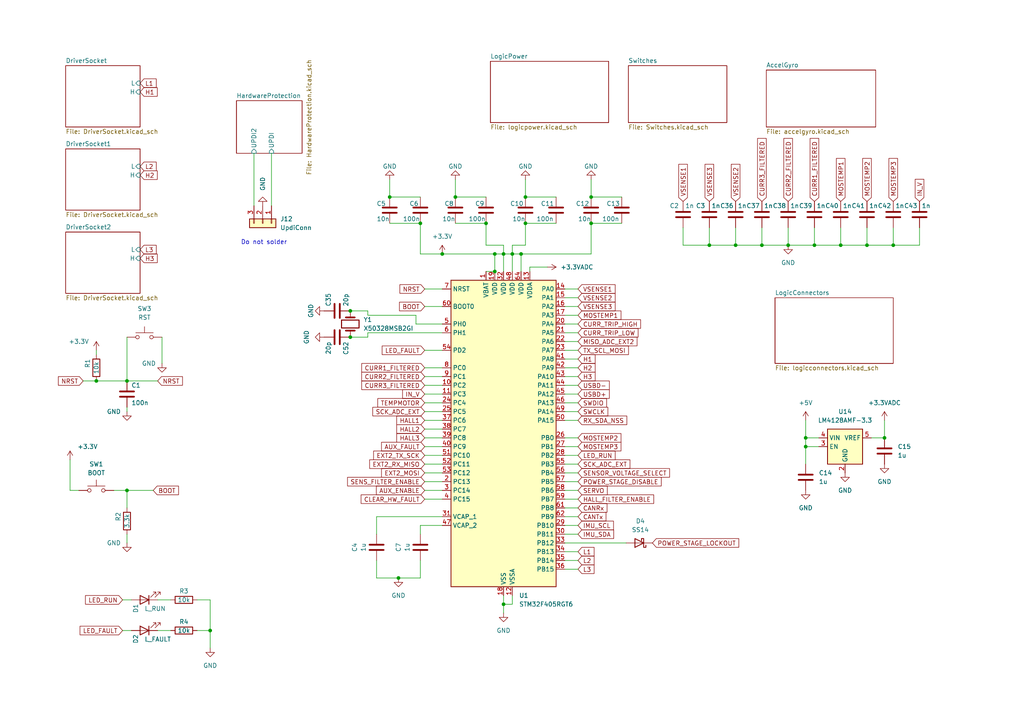
<source format=kicad_sch>
(kicad_sch (version 20230121) (generator eeschema)
  (paper "A4")
  (lib_symbols
    (symbol "Connector_Generic:Conn_01x03" (pin_names (offset 1.016) hide)
      (property "Reference" "J" (at 0 5.08 0))
      (property "Value" "Conn_01x03" (at 0 -5.08 0))
      (symbol "Conn_01x03_1_1"
        (rectangle (start -1.27 -2.413) (end 0 -2.667) (stroke (width 0.1524)))
        (rectangle (start -1.27 0.127) (end 0 -0.127) (stroke (width 0.1524)))
        (rectangle (start -1.27 2.667) (end 0 2.413) (stroke (width 0.1524)))
        (rectangle (start -1.27 3.81) (end 1.27 -3.81) (stroke (width 0.254)) (fill (type background)))
        (pin passive line (at -5.08 2.54 0) (length 3.81) (name "Pin_1") (number "1"))
        (pin passive line (at -5.08 0 0) (length 3.81) (name "Pin_2") (number "2"))
        (pin passive line (at -5.08 -2.54 0) (length 3.81) (name "Pin_3") (number "3"))
      )
    )
    (symbol "Device:C" (pin_numbers hide) (pin_names (offset 0.254))
      (property "Reference" "C" (at 0.635 2.54 0))
      (property "Value" "C" (at 0.635 -2.54 0))
      (symbol "C_0_1"
        (polyline (pts (xy -2.032 -0.762) (xy 2.032 -0.762)) (stroke (width 0.508)))
        (polyline (pts (xy -2.032 0.762) (xy 2.032 0.762)) (stroke (width 0.508)))
      )
      (symbol "C_1_1"
        (pin passive line (at 0 3.81 270) (length 2.794) (name "~") (number "1"))
        (pin passive line (at 0 -3.81 90) (length 2.794) (name "~") (number "2"))
      )
    )
    (symbol "Device:Crystal" (pin_numbers hide) (pin_names (offset 1.016) hide)
      (property "Reference" "Y" (at 0 3.81 0))
      (property "Value" "Crystal" (at 0 -3.81 0))
      (symbol "Crystal_0_1"
        (rectangle (start -1.143 2.54) (end 1.143 -2.54) (stroke (width 0.3048)))
        (polyline (pts (xy -2.54 0) (xy -1.905 0)))
        (polyline (pts (xy -1.905 -1.27) (xy -1.905 1.27)) (stroke (width 0.508)))
        (polyline (pts (xy 1.905 -1.27) (xy 1.905 1.27)) (stroke (width 0.508)))
        (polyline (pts (xy 2.54 0) (xy 1.905 0)))
      )
      (symbol "Crystal_1_1"
        (pin passive line (at -3.81 0 0) (length 1.27) (name "1") (number "1"))
        (pin passive line (at 3.81 0 180) (length 1.27) (name "2") (number "2"))
      )
    )
    (symbol "Device:D_Schottky" (pin_numbers hide) (pin_names (offset 1.016) hide)
      (property "Reference" "D" (at 0 2.54 0))
      (property "Value" "D_Schottky" (at 0 -2.54 0))
      (symbol "D_Schottky_0_1"
        (polyline (pts (xy 1.27 0) (xy -1.27 0)))
        (polyline (pts (xy 1.27 1.27) (xy 1.27 -1.27) (xy -1.27 0) (xy 1.27 1.27)) (stroke (width 0.254)))
        (polyline (pts (xy -1.905 0.635) (xy -1.905 1.27) (xy -1.27 1.27) (xy -1.27 -1.27) (xy -0.635 -1.27) (xy -0.635 -0.635)) (stroke (width 0.254)))
      )
      (symbol "D_Schottky_1_1"
        (pin passive line (at -3.81 0 0) (length 2.54) (name "K") (number "1"))
        (pin passive line (at 3.81 0 180) (length 2.54) (name "A") (number "2"))
      )
    )
    (symbol "Device:LED" (pin_numbers hide) (pin_names (offset 1.016) hide)
      (property "Reference" "D" (at 0 2.54 0))
      (property "Value" "LED" (at 0 -2.54 0))
      (symbol "LED_0_1"
        (polyline (pts (xy -1.27 -1.27) (xy -1.27 1.27)) (stroke (width 0.254)))
        (polyline (pts (xy -1.27 0) (xy 1.27 0)))
        (polyline (pts (xy 1.27 -1.27) (xy 1.27 1.27) (xy -1.27 0) (xy 1.27 -1.27)) (stroke (width 0.254)))
        (polyline (pts (xy -3.048 -0.762) (xy -4.572 -2.286) (xy -3.81 -2.286) (xy -4.572 -2.286) (xy -4.572 -1.524)))
        (polyline (pts (xy -1.778 -0.762) (xy -3.302 -2.286) (xy -2.54 -2.286) (xy -3.302 -2.286) (xy -3.302 -1.524)))
      )
      (symbol "LED_1_1"
        (pin passive line (at -3.81 0 0) (length 2.54) (name "K") (number "1"))
        (pin passive line (at 3.81 0 180) (length 2.54) (name "A") (number "2"))
      )
    )
    (symbol "Device:R" (pin_numbers hide) (pin_names (offset 0))
      (property "Reference" "R" (at 2.032 0 90))
      (property "Value" "R" (at 0 0 90))
      (symbol "R_0_1"
        (rectangle (start -1.016 -2.54) (end 1.016 2.54) (stroke (width 0.254)))
      )
      (symbol "R_1_1"
        (pin passive line (at 0 3.81 270) (length 1.27) (name "~") (number "1"))
        (pin passive line (at 0 -3.81 90) (length 1.27) (name "~") (number "2"))
      )
    )
    (symbol "MCU_ST_STM32F4:STM32F405RGTx"
      (property "Reference" "U" (at -15.24 46.99 0))
      (property "Value" "STM32F405RGTx" (at 10.16 46.99 0))
      (symbol "STM32F405RGTx_0_1"
        (rectangle (start -15.24 -43.18) (end 15.24 45.72) (stroke (width 0.254)) (fill (type background)))
      )
      (symbol "STM32F405RGTx_1_1"
        (pin power_in line (at -5.08 48.26 270) (length 2.54) (name "VBAT") (number "1"))
        (pin bidirectional line (at -17.78 15.24 0) (length 2.54) (name "PC2") (number "10"))
        (pin bidirectional line (at -17.78 12.7 0) (length 2.54) (name "PC3") (number "11"))
        (pin power_in line (at 2.54 -45.72 90) (length 2.54) (name "VSSA") (number "12"))
        (pin power_in line (at 7.62 48.26 270) (length 2.54) (name "VDDA") (number "13"))
        (pin bidirectional line (at 17.78 43.18 180) (length 2.54) (name "PA0") (number "14"))
        (pin bidirectional line (at 17.78 40.64 180) (length 2.54) (name "PA1") (number "15"))
        (pin bidirectional line (at 17.78 38.1 180) (length 2.54) (name "PA2") (number "16"))
        (pin bidirectional line (at 17.78 35.56 180) (length 2.54) (name "PA3") (number "17"))
        (pin power_in line (at 0 -45.72 90) (length 2.54) (name "VSS") (number "18"))
        (pin power_in line (at -2.54 48.26 270) (length 2.54) (name "VDD") (number "19"))
        (pin bidirectional line (at -17.78 -12.7 0) (length 2.54) (name "PC13") (number "2"))
        (pin bidirectional line (at 17.78 33.02 180) (length 2.54) (name "PA4") (number "20"))
        (pin bidirectional line (at 17.78 30.48 180) (length 2.54) (name "PA5") (number "21"))
        (pin bidirectional line (at 17.78 27.94 180) (length 2.54) (name "PA6") (number "22"))
        (pin bidirectional line (at 17.78 25.4 180) (length 2.54) (name "PA7") (number "23"))
        (pin bidirectional line (at -17.78 10.16 0) (length 2.54) (name "PC4") (number "24"))
        (pin bidirectional line (at -17.78 7.62 0) (length 2.54) (name "PC5") (number "25"))
        (pin bidirectional line (at 17.78 0 180) (length 2.54) (name "PB0") (number "26"))
        (pin bidirectional line (at 17.78 -2.54 180) (length 2.54) (name "PB1") (number "27"))
        (pin bidirectional line (at 17.78 -5.08 180) (length 2.54) (name "PB2") (number "28"))
        (pin bidirectional line (at 17.78 -25.4 180) (length 2.54) (name "PB10") (number "29"))
        (pin bidirectional line (at -17.78 -15.24 0) (length 2.54) (name "PC14") (number "3"))
        (pin bidirectional line (at 17.78 -27.94 180) (length 2.54) (name "PB11") (number "30"))
        (pin power_out line (at -17.78 -22.86 0) (length 2.54) (name "VCAP_1") (number "31"))
        (pin power_in line (at 0 48.26 270) (length 2.54) (name "VDD") (number "32"))
        (pin bidirectional line (at 17.78 -30.48 180) (length 2.54) (name "PB12") (number "33"))
        (pin bidirectional line (at 17.78 -33.02 180) (length 2.54) (name "PB13") (number "34"))
        (pin bidirectional line (at 17.78 -35.56 180) (length 2.54) (name "PB14") (number "35"))
        (pin bidirectional line (at 17.78 -38.1 180) (length 2.54) (name "PB15") (number "36"))
        (pin bidirectional line (at -17.78 5.08 0) (length 2.54) (name "PC6") (number "37"))
        (pin bidirectional line (at -17.78 2.54 0) (length 2.54) (name "PC7") (number "38"))
        (pin bidirectional line (at -17.78 0 0) (length 2.54) (name "PC8") (number "39"))
        (pin bidirectional line (at -17.78 -17.78 0) (length 2.54) (name "PC15") (number "4"))
        (pin bidirectional line (at -17.78 -2.54 0) (length 2.54) (name "PC9") (number "40"))
        (pin bidirectional line (at 17.78 22.86 180) (length 2.54) (name "PA8") (number "41"))
        (pin bidirectional line (at 17.78 20.32 180) (length 2.54) (name "PA9") (number "42"))
        (pin bidirectional line (at 17.78 17.78 180) (length 2.54) (name "PA10") (number "43"))
        (pin bidirectional line (at 17.78 15.24 180) (length 2.54) (name "PA11") (number "44"))
        (pin bidirectional line (at 17.78 12.7 180) (length 2.54) (name "PA12") (number "45"))
        (pin bidirectional line (at 17.78 10.16 180) (length 2.54) (name "PA13") (number "46"))
        (pin power_out line (at -17.78 -25.4 0) (length 2.54) (name "VCAP_2") (number "47"))
        (pin power_in line (at 2.54 48.26 270) (length 2.54) (name "VDD") (number "48"))
        (pin bidirectional line (at 17.78 7.62 180) (length 2.54) (name "PA14") (number "49"))
        (pin bidirectional line (at -17.78 33.02 0) (length 2.54) (name "PH0") (number "5"))
        (pin bidirectional line (at 17.78 5.08 180) (length 2.54) (name "PA15") (number "50"))
        (pin bidirectional line (at -17.78 -5.08 0) (length 2.54) (name "PC10") (number "51"))
        (pin bidirectional line (at -17.78 -7.62 0) (length 2.54) (name "PC11") (number "52"))
        (pin bidirectional line (at -17.78 -10.16 0) (length 2.54) (name "PC12") (number "53"))
        (pin bidirectional line (at -17.78 25.4 0) (length 2.54) (name "PD2") (number "54"))
        (pin bidirectional line (at 17.78 -7.62 180) (length 2.54) (name "PB3") (number "55"))
        (pin bidirectional line (at 17.78 -10.16 180) (length 2.54) (name "PB4") (number "56"))
        (pin bidirectional line (at 17.78 -12.7 180) (length 2.54) (name "PB5") (number "57"))
        (pin bidirectional line (at 17.78 -15.24 180) (length 2.54) (name "PB6") (number "58"))
        (pin bidirectional line (at 17.78 -17.78 180) (length 2.54) (name "PB7") (number "59"))
        (pin bidirectional line (at -17.78 30.48 0) (length 2.54) (name "PH1") (number "6"))
        (pin input line (at -17.78 38.1 0) (length 2.54) (name "BOOT0") (number "60"))
        (pin bidirectional line (at 17.78 -20.32 180) (length 2.54) (name "PB8") (number "61"))
        (pin bidirectional line (at 17.78 -22.86 180) (length 2.54) (name "PB9") (number "62"))
        (pin passive line (at 0 -45.72 90) (length 2.54) hide (name "VSS") (number "63"))
        (pin power_in line (at 5.08 48.26 270) (length 2.54) (name "VDD") (number "64"))
        (pin input line (at -17.78 43.18 0) (length 2.54) (name "NRST") (number "7"))
        (pin bidirectional line (at -17.78 20.32 0) (length 2.54) (name "PC0") (number "8"))
        (pin bidirectional line (at -17.78 17.78 0) (length 2.54) (name "PC1") (number "9"))
      )
    )
    (symbol "Reference_Voltage:LM4128"
      (property "Reference" "U" (at -5.08 6.35 0))
      (property "Value" "LM4128" (at 0 6.35 0))
      (symbol "LM4128_0_1"
        (rectangle (start -5.08 5.08) (end 5.08 -5.08) (stroke (width 0.254)) (fill (type background)))
      )
      (symbol "LM4128_1_1"
        (pin no_connect line (at 5.08 0 180) (length 2.54) hide (name "NC") (number "1"))
        (pin power_in line (at 0 -7.62 90) (length 2.54) (name "GND") (number "2"))
        (pin input line (at -7.62 0 0) (length 2.54) (name "EN") (number "3"))
        (pin power_in line (at -7.62 2.54 0) (length 2.54) (name "VIN") (number "4"))
        (pin power_out line (at 7.62 2.54 180) (length 2.54) (name "VREF") (number "5"))
      )
    )
    (symbol "Switch:SW_Push" (pin_numbers hide) (pin_names (offset 1.016) hide)
      (property "Reference" "SW" (at 1.27 2.54 0))
      (property "Value" "SW_Push" (at 0 -1.524 0))
      (symbol "SW_Push_0_1"
        (circle (center -2.032 0) (radius 0.508))
        (polyline (pts (xy 0 1.27) (xy 0 3.048)))
        (polyline (pts (xy 2.54 1.27) (xy -2.54 1.27)))
        (circle (center 2.032 0) (radius 0.508))
        (pin passive line (at -5.08 0 0) (length 2.54) (name "1") (number "1"))
        (pin passive line (at 5.08 0 180) (length 2.54) (name "2") (number "2"))
      )
    )
    (symbol "power:+3.3V" (power) (pin_names (offset 0))
      (property "Value" "+3.3V" (at 0 3.556 0))
      (symbol "+3.3V_0_1"
        (polyline (pts (xy -0.762 1.27) (xy 0 2.54)))
        (polyline (pts (xy 0 0) (xy 0 2.54)))
        (polyline (pts (xy 0 2.54) (xy 0.762 1.27)))
      )
      (symbol "+3.3V_1_1"
        (pin power_in line (at 0 0 90) (length 0) hide (name "+3.3V") (number "1"))
      )
    )
    (symbol "power:+3.3VADC" (power) (pin_names (offset 0))
      (property "Value" "+3.3VADC" (at 0 2.54 0))
      (symbol "+3.3VADC_0_0"
        (pin power_in line (at 0 0 90) (length 0) hide (name "+3.3VADC") (number "1"))
      )
      (symbol "+3.3VADC_0_1"
        (polyline (pts (xy -0.762 1.27) (xy 0 2.54)))
        (polyline (pts (xy 0 0) (xy 0 2.54)))
        (polyline (pts (xy 0 2.54) (xy 0.762 1.27)))
      )
    )
    (symbol "power:+5V" (power) (pin_names (offset 0))
      (property "Value" "+5V" (at 0 3.556 0))
      (symbol "+5V_0_1"
        (polyline (pts (xy -0.762 1.27) (xy 0 2.54)))
        (polyline (pts (xy 0 0) (xy 0 2.54)))
        (polyline (pts (xy 0 2.54) (xy 0.762 1.27)))
      )
      (symbol "+5V_1_1"
        (pin power_in line (at 0 0 90) (length 0) hide (name "+5V") (number "1"))
      )
    )
    (symbol "power:GND" (power) (pin_names (offset 0))
      (property "Value" "GND" (at 0 -3.81 0))
      (symbol "GND_0_1"
        (polyline (pts (xy 0 0) (xy 0 -1.27) (xy 1.27 -1.27) (xy 0 -2.54) (xy -1.27 -1.27) (xy 0 -1.27)))
      )
      (symbol "GND_1_1"
        (pin power_in line (at 0 0 270) (length 0) hide (name "GND") (number "1"))
      )
    )
  )
  (junction (at 101.6 90.17))
  (junction (at 228.6 71.12))
  (junction (at 152.4 57.15))
  (junction (at 36.83 110.49))
  (junction (at 60.96 182.88))
  (junction (at 101.6 97.79))
  (junction (at 121.92 64.77))
  (junction (at 213.36 71.12))
  (junction (at 146.05 73.66))
  (junction (at 36.83 142.24))
  (junction (at 151.13 73.66))
  (junction (at 259.08 71.12))
  (junction (at 236.22 71.12))
  (junction (at 113.03 57.15))
  (junction (at 115.57 167.64))
  (junction (at 251.46 71.12))
  (junction (at 152.4 64.77))
  (junction (at 243.84 71.12))
  (junction (at 171.45 57.15))
  (junction (at 220.98 71.12))
  (junction (at 143.51 78.74))
  (junction (at 233.68 127))
  (junction (at 171.45 64.77))
  (junction (at 27.94 110.49))
  (junction (at 140.97 64.77))
  (junction (at 233.68 129.54))
  (junction (at 146.05 175.26))
  (junction (at 128.27 73.66))
  (junction (at 143.51 73.66))
  (junction (at 132.08 57.15))
  (junction (at 205.74 71.12))
  (junction (at 256.54 127))
  (junction (at 148.59 73.66))
  (wire (pts (xy 123.19 114.3) (xy 128.27 114.3)))
  (wire (pts (xy 171.45 57.15) (xy 180.34 57.15)))
  (wire (pts (xy 33.02 142.24) (xy 36.83 142.24)))
  (wire (pts (xy 171.45 64.77) (xy 180.34 64.77)))
  (wire (pts (xy 57.15 182.88) (xy 60.96 182.88)))
  (wire (pts (xy 148.59 73.66) (xy 151.13 73.66)))
  (wire (pts (xy 132.08 52.07) (xy 132.08 57.15)))
  (wire (pts (xy 128.27 93.98) (xy 120.65 93.98)))
  (wire (pts (xy 163.83 88.9) (xy 167.64 88.9)))
  (wire (pts (xy 109.22 162.56) (xy 109.22 167.64)))
  (wire (pts (xy 123.19 139.7) (xy 128.27 139.7)))
  (wire (pts (xy 213.36 71.12) (xy 220.98 71.12)))
  (wire (pts (xy 163.83 106.68) (xy 167.64 106.68)))
  (wire (pts (xy 163.83 86.36) (xy 167.64 86.36)))
  (wire (pts (xy 22.86 142.24) (xy 20.32 142.24)))
  (wire (pts (xy 233.68 121.92) (xy 233.68 127)))
  (wire (pts (xy 163.83 99.06) (xy 167.64 99.06)))
  (wire (pts (xy 143.51 73.66) (xy 128.27 73.66)))
  (wire (pts (xy 123.19 106.68) (xy 128.27 106.68)))
  (wire (pts (xy 163.83 119.38) (xy 167.64 119.38)))
  (wire (pts (xy 36.83 154.94) (xy 36.83 157.48)))
  (wire (pts (xy 36.83 110.49) (xy 45.72 110.49)))
  (wire (pts (xy 121.92 152.4) (xy 128.27 152.4)))
  (wire (pts (xy 163.83 129.54) (xy 167.64 129.54)))
  (wire (pts (xy 148.59 71.12) (xy 152.4 71.12)))
  (wire (pts (xy 163.83 149.86) (xy 167.64 149.86)))
  (wire (pts (xy 163.83 127) (xy 167.64 127)))
  (wire (pts (xy 36.83 118.11) (xy 36.83 119.38)))
  (wire (pts (xy 123.19 142.24) (xy 128.27 142.24)))
  (wire (pts (xy 36.83 142.24) (xy 36.83 147.32)))
  (wire (pts (xy 132.08 64.77) (xy 140.97 64.77)))
  (wire (pts (xy 123.19 109.22) (xy 128.27 109.22)))
  (wire (pts (xy 153.67 77.47) (xy 158.75 77.47)))
  (wire (pts (xy 163.83 144.78) (xy 167.64 144.78)))
  (wire (pts (xy 128.27 96.52) (xy 106.68 96.52)))
  (wire (pts (xy 163.83 96.52) (xy 167.64 96.52)))
  (wire (pts (xy 233.68 129.54) (xy 237.49 129.54)))
  (wire (pts (xy 251.46 66.04) (xy 251.46 71.12)))
  (wire (pts (xy 266.7 66.04) (xy 266.7 71.12)))
  (wire (pts (xy 45.72 182.88) (xy 49.53 182.88)))
  (wire (pts (xy 151.13 73.66) (xy 171.45 73.66)))
  (wire (pts (xy 163.83 114.3) (xy 167.64 114.3)))
  (wire (pts (xy 163.83 116.84) (xy 167.64 116.84)))
  (wire (pts (xy 132.08 57.15) (xy 140.97 57.15)))
  (wire (pts (xy 146.05 71.12) (xy 140.97 71.12)))
  (wire (pts (xy 106.68 91.44) (xy 120.65 91.44)))
  (wire (pts (xy 236.22 71.12) (xy 243.84 71.12)))
  (wire (pts (xy 148.59 78.74) (xy 148.59 73.66)))
  (wire (pts (xy 152.4 64.77) (xy 161.29 64.77)))
  (wire (pts (xy 123.19 119.38) (xy 128.27 119.38)))
  (wire (pts (xy 123.19 127) (xy 128.27 127)))
  (wire (pts (xy 121.92 73.66) (xy 121.92 64.77)))
  (wire (pts (xy 60.96 182.88) (xy 60.96 187.96)))
  (wire (pts (xy 259.08 66.04) (xy 259.08 71.12)))
  (wire (pts (xy 163.83 137.16) (xy 167.64 137.16)))
  (wire (pts (xy 146.05 175.26) (xy 146.05 177.8)))
  (wire (pts (xy 243.84 66.04) (xy 243.84 71.12)))
  (wire (pts (xy 146.05 73.66) (xy 148.59 73.66)))
  (wire (pts (xy 243.84 71.12) (xy 251.46 71.12)))
  (wire (pts (xy 228.6 71.12) (xy 236.22 71.12)))
  (wire (pts (xy 106.68 91.44) (xy 106.68 90.17)))
  (wire (pts (xy 228.6 66.04) (xy 228.6 71.12)))
  (wire (pts (xy 146.05 73.66) (xy 146.05 71.12)))
  (wire (pts (xy 123.19 144.78) (xy 128.27 144.78)))
  (wire (pts (xy 151.13 78.74) (xy 151.13 73.66)))
  (wire (pts (xy 171.45 73.66) (xy 171.45 64.77)))
  (wire (pts (xy 123.19 132.08) (xy 128.27 132.08)))
  (wire (pts (xy 140.97 78.74) (xy 143.51 78.74)))
  (wire (pts (xy 163.83 152.4) (xy 167.64 152.4)))
  (wire (pts (xy 163.83 162.56) (xy 167.64 162.56)))
  (wire (pts (xy 205.74 71.12) (xy 213.36 71.12)))
  (wire (pts (xy 121.92 162.56) (xy 121.92 167.64)))
  (wire (pts (xy 113.03 52.07) (xy 113.03 57.15)))
  (wire (pts (xy 233.68 129.54) (xy 233.68 134.62)))
  (wire (pts (xy 121.92 167.64) (xy 115.57 167.64)))
  (wire (pts (xy 128.27 73.66) (xy 121.92 73.66)))
  (wire (pts (xy 152.4 57.15) (xy 161.29 57.15)))
  (wire (pts (xy 213.36 66.04) (xy 213.36 71.12)))
  (wire (pts (xy 251.46 71.12) (xy 259.08 71.12)))
  (wire (pts (xy 106.68 97.79) (xy 101.6 97.79)))
  (wire (pts (xy 123.19 116.84) (xy 128.27 116.84)))
  (wire (pts (xy 143.51 73.66) (xy 146.05 73.66)))
  (wire (pts (xy 109.22 154.94) (xy 109.22 149.86)))
  (wire (pts (xy 163.83 165.1) (xy 167.64 165.1)))
  (wire (pts (xy 36.83 97.79) (xy 36.83 110.49)))
  (wire (pts (xy 27.94 110.49) (xy 36.83 110.49)))
  (wire (pts (xy 236.22 66.04) (xy 236.22 71.12)))
  (wire (pts (xy 45.72 173.99) (xy 49.53 173.99)))
  (wire (pts (xy 106.68 96.52) (xy 106.68 97.79)))
  (wire (pts (xy 123.19 83.82) (xy 128.27 83.82)))
  (wire (pts (xy 163.83 121.92) (xy 167.64 121.92)))
  (wire (pts (xy 163.83 111.76) (xy 167.64 111.76)))
  (wire (pts (xy 163.83 139.7) (xy 167.64 139.7)))
  (wire (pts (xy 220.98 71.12) (xy 228.6 71.12)))
  (wire (pts (xy 198.12 66.04) (xy 198.12 71.12)))
  (wire (pts (xy 163.83 101.6) (xy 167.64 101.6)))
  (wire (pts (xy 171.45 52.07) (xy 171.45 57.15)))
  (wire (pts (xy 123.19 137.16) (xy 128.27 137.16)))
  (wire (pts (xy 163.83 132.08) (xy 167.64 132.08)))
  (wire (pts (xy 163.83 93.98) (xy 167.64 93.98)))
  (wire (pts (xy 38.1 182.88) (xy 35.56 182.88)))
  (wire (pts (xy 20.32 133.35) (xy 20.32 142.24)))
  (wire (pts (xy 123.19 88.9) (xy 128.27 88.9)))
  (wire (pts (xy 109.22 149.86) (xy 128.27 149.86)))
  (wire (pts (xy 57.15 173.99) (xy 60.96 173.99)))
  (wire (pts (xy 123.19 134.62) (xy 128.27 134.62)))
  (wire (pts (xy 143.51 78.74) (xy 143.51 73.66)))
  (wire (pts (xy 205.74 66.04) (xy 205.74 71.12)))
  (wire (pts (xy 163.83 157.48) (xy 181.61 157.48)))
  (wire (pts (xy 146.05 73.66) (xy 146.05 78.74)))
  (wire (pts (xy 163.83 154.94) (xy 167.64 154.94)))
  (wire (pts (xy 123.19 121.92) (xy 128.27 121.92)))
  (wire (pts (xy 148.59 172.72) (xy 148.59 175.26)))
  (wire (pts (xy 256.54 121.92) (xy 256.54 127)))
  (wire (pts (xy 35.56 173.99) (xy 38.1 173.99)))
  (wire (pts (xy 120.65 93.98) (xy 120.65 91.44)))
  (wire (pts (xy 198.12 71.12) (xy 205.74 71.12)))
  (wire (pts (xy 121.92 154.94) (xy 121.92 152.4)))
  (wire (pts (xy 24.13 110.49) (xy 27.94 110.49)))
  (wire (pts (xy 78.74 44.45) (xy 78.74 59.69)))
  (wire (pts (xy 163.83 83.82) (xy 167.64 83.82)))
  (wire (pts (xy 123.19 129.54) (xy 128.27 129.54)))
  (wire (pts (xy 148.59 73.66) (xy 148.59 71.12)))
  (wire (pts (xy 233.68 127) (xy 233.68 129.54)))
  (wire (pts (xy 73.66 44.45) (xy 73.66 59.69)))
  (wire (pts (xy 60.96 173.99) (xy 60.96 182.88)))
  (wire (pts (xy 256.54 127) (xy 252.73 127)))
  (wire (pts (xy 27.94 101.6) (xy 27.94 102.87)))
  (wire (pts (xy 163.83 104.14) (xy 167.64 104.14)))
  (wire (pts (xy 153.67 77.47) (xy 153.67 78.74)))
  (wire (pts (xy 233.68 127) (xy 237.49 127)))
  (wire (pts (xy 259.08 71.12) (xy 266.7 71.12)))
  (wire (pts (xy 220.98 66.04) (xy 220.98 71.12)))
  (wire (pts (xy 140.97 71.12) (xy 140.97 64.77)))
  (wire (pts (xy 152.4 52.07) (xy 152.4 57.15)))
  (wire (pts (xy 163.83 109.22) (xy 167.64 109.22)))
  (wire (pts (xy 113.03 57.15) (xy 121.92 57.15)))
  (wire (pts (xy 152.4 71.12) (xy 152.4 64.77)))
  (wire (pts (xy 163.83 147.32) (xy 167.64 147.32)))
  (wire (pts (xy 113.03 64.77) (xy 121.92 64.77)))
  (wire (pts (xy 123.19 111.76) (xy 128.27 111.76)))
  (wire (pts (xy 163.83 91.44) (xy 167.64 91.44)))
  (wire (pts (xy 36.83 142.24) (xy 44.45 142.24)))
  (wire (pts (xy 148.59 175.26) (xy 146.05 175.26)))
  (wire (pts (xy 163.83 142.24) (xy 167.64 142.24)))
  (wire (pts (xy 46.99 97.79) (xy 46.99 105.41)))
  (wire (pts (xy 163.83 160.02) (xy 167.64 160.02)))
  (wire (pts (xy 109.22 167.64) (xy 115.57 167.64)))
  (wire (pts (xy 101.6 90.17) (xy 106.68 90.17)))
  (wire (pts (xy 123.19 124.46) (xy 128.27 124.46)))
  (wire (pts (xy 163.83 134.62) (xy 167.64 134.62)))
  (wire (pts (xy 146.05 172.72) (xy 146.05 175.26)))
  (wire (pts (xy 123.19 101.6) (xy 128.27 101.6)))
  (text "Do not solder" (at 69.85 71.12 0) (effects (font (size 1.27 1.27)) (justify left bottom)))
  (global_label "BOOT" (shape input) (at 123.19 88.9 180) (property "Intersheetrefs" "${INTERSHEET_REFS}" (effects hide)))
  (global_label "CANRx" (shape input) (at 167.64 147.32 0) (property "Intersheetrefs" "${INTERSHEET_REFS}" (effects hide)))
  (global_label "L2" (shape input) (at 40.64 48.26 0) (property "Intersheetrefs" "${INTERSHEET_REFS}" (effects hide)))
  (global_label "POWER_STAGE_LOCKOUT" (shape input) (at 189.23 157.48 0) (property "Intersheetrefs" "${INTERSHEET_REFS}" (effects hide)))
  (global_label "MOSTEMP3" (shape input) (at 259.08 58.42 90) (property "Intersheetrefs" "${INTERSHEET_REFS}" (effects hide)))
  (global_label "CURR3_FILTERED" (shape input) (at 220.98 58.42 90) (property "Intersheetrefs" "${INTERSHEET_REFS}" (effects hide)))
  (global_label "MOSTEMP3" (shape input) (at 167.64 129.54 0) (property "Intersheetrefs" "${INTERSHEET_REFS}" (effects hide)))
  (global_label "HALL2" (shape input) (at 123.19 124.46 180) (property "Intersheetrefs" "${INTERSHEET_REFS}" (effects hide)))
  (global_label "VSENSE3" (shape input) (at 167.64 88.9 0) (property "Intersheetrefs" "${INTERSHEET_REFS}" (effects hide)))
  (global_label "EXT2_TX_SCK" (shape input) (at 123.19 132.08 180) (property "Intersheetrefs" "${INTERSHEET_REFS}" (effects hide)))
  (global_label "SWCLK" (shape input) (at 167.64 119.38 0) (property "Intersheetrefs" "${INTERSHEET_REFS}" (effects hide)))
  (global_label "NRST" (shape input) (at 24.13 110.49 180) (property "Intersheetrefs" "${INTERSHEET_REFS}" (effects hide)))
  (global_label "MOSTEMP1" (shape input) (at 167.64 91.44 0) (property "Intersheetrefs" "${INTERSHEET_REFS}" (effects hide)))
  (global_label "SERVO" (shape input) (at 167.64 142.24 0) (property "Intersheetrefs" "${INTERSHEET_REFS}" (effects hide)))
  (global_label "VSENSE1" (shape input) (at 167.64 83.82 0) (property "Intersheetrefs" "${INTERSHEET_REFS}" (effects hide)))
  (global_label "SENSOR_VOLTAGE_SELECT" (shape input) (at 167.64 137.16 0) (property "Intersheetrefs" "${INTERSHEET_REFS}" (effects hide)))
  (global_label "VSENSE3" (shape input) (at 205.74 58.42 90) (property "Intersheetrefs" "${INTERSHEET_REFS}" (effects hide)))
  (global_label "AUX_FAULT" (shape input) (at 123.19 129.54 180) (property "Intersheetrefs" "${INTERSHEET_REFS}" (effects hide)))
  (global_label "USBD+" (shape input) (at 167.64 114.3 0) (property "Intersheetrefs" "${INTERSHEET_REFS}" (effects hide)))
  (global_label "L1" (shape input) (at 167.64 160.02 0) (property "Intersheetrefs" "${INTERSHEET_REFS}" (effects hide)))
  (global_label "VSENSE2" (shape input) (at 213.36 58.42 90) (property "Intersheetrefs" "${INTERSHEET_REFS}" (effects hide)))
  (global_label "POWER_STAGE_DISABLE" (shape input) (at 167.64 139.7 0) (property "Intersheetrefs" "${INTERSHEET_REFS}" (effects hide)))
  (global_label "CLEAR_HW_FAULT" (shape input) (at 123.19 144.78 180) (property "Intersheetrefs" "${INTERSHEET_REFS}" (effects hide)))
  (global_label "LED_FAULT" (shape input) (at 35.56 182.88 180) (property "Intersheetrefs" "${INTERSHEET_REFS}" (effects hide)))
  (global_label "LED_RUN" (shape input) (at 167.64 132.08 0) (property "Intersheetrefs" "${INTERSHEET_REFS}" (effects hide)))
  (global_label "CURR3_FILTERED" (shape input) (at 123.19 111.76 180) (property "Intersheetrefs" "${INTERSHEET_REFS}" (effects hide)))
  (global_label "MOSTEMP2" (shape input) (at 167.64 127 0) (property "Intersheetrefs" "${INTERSHEET_REFS}" (effects hide)))
  (global_label "TX_SCL_MOSI" (shape input) (at 167.64 101.6 0) (property "Intersheetrefs" "${INTERSHEET_REFS}" (effects hide)))
  (global_label "HALL3" (shape input) (at 123.19 127 180) (property "Intersheetrefs" "${INTERSHEET_REFS}" (effects hide)))
  (global_label "VSENSE2" (shape input) (at 167.64 86.36 0) (property "Intersheetrefs" "${INTERSHEET_REFS}" (effects hide)))
  (global_label "CURR2_FILTERED" (shape input) (at 123.19 109.22 180) (property "Intersheetrefs" "${INTERSHEET_REFS}" (effects hide)))
  (global_label "NRST" (shape input) (at 123.19 83.82 180) (property "Intersheetrefs" "${INTERSHEET_REFS}" (effects hide)))
  (global_label "L2" (shape input) (at 167.64 162.56 0) (property "Intersheetrefs" "${INTERSHEET_REFS}" (effects hide)))
  (global_label "VSENSE1" (shape input) (at 198.12 58.42 90) (property "Intersheetrefs" "${INTERSHEET_REFS}" (effects hide)))
  (global_label "H2" (shape input) (at 167.64 106.68 0) (property "Intersheetrefs" "${INTERSHEET_REFS}" (effects hide)))
  (global_label "EXT2_RX_MISO" (shape input) (at 123.19 134.62 180) (property "Intersheetrefs" "${INTERSHEET_REFS}" (effects hide)))
  (global_label "L1" (shape input) (at 40.64 24.13 0) (property "Intersheetrefs" "${INTERSHEET_REFS}" (effects hide)))
  (global_label "SWDIO" (shape input) (at 167.64 116.84 0) (property "Intersheetrefs" "${INTERSHEET_REFS}" (effects hide)))
  (global_label "L3" (shape input) (at 167.64 165.1 0) (property "Intersheetrefs" "${INTERSHEET_REFS}" (effects hide)))
  (global_label "TEMPMOTOR" (shape input) (at 123.19 116.84 180) (property "Intersheetrefs" "${INTERSHEET_REFS}" (effects hide)))
  (global_label "H1" (shape input) (at 40.64 26.67 0) (property "Intersheetrefs" "${INTERSHEET_REFS}" (effects hide)))
  (global_label "BOOT" (shape input) (at 44.45 142.24 0) (property "Intersheetrefs" "${INTERSHEET_REFS}" (effects hide)))
  (global_label "CANTx" (shape input) (at 167.64 149.86 0) (property "Intersheetrefs" "${INTERSHEET_REFS}" (effects hide)))
  (global_label "MOSTEMP2" (shape input) (at 251.46 58.42 90) (property "Intersheetrefs" "${INTERSHEET_REFS}" (effects hide)))
  (global_label "USBD-" (shape input) (at 167.64 111.76 0) (property "Intersheetrefs" "${INTERSHEET_REFS}" (effects hide)))
  (global_label "CURR1_FILTERED" (shape input) (at 236.22 58.42 90) (property "Intersheetrefs" "${INTERSHEET_REFS}" (effects hide)))
  (global_label "RX_SDA_NSS" (shape input) (at 167.64 121.92 0) (property "Intersheetrefs" "${INTERSHEET_REFS}" (effects hide)))
  (global_label "EXT2_MOSI" (shape input) (at 123.19 137.16 180) (property "Intersheetrefs" "${INTERSHEET_REFS}" (effects hide)))
  (global_label "L3" (shape input) (at 40.64 72.39 0) (property "Intersheetrefs" "${INTERSHEET_REFS}" (effects hide)))
  (global_label "IMU_SDA" (shape input) (at 167.64 154.94 0) (property "Intersheetrefs" "${INTERSHEET_REFS}" (effects hide)))
  (global_label "IMU_SCL" (shape input) (at 167.64 152.4 0) (property "Intersheetrefs" "${INTERSHEET_REFS}" (effects hide)))
  (global_label "CURR_TRIP_HIGH" (shape input) (at 167.64 93.98 0) (property "Intersheetrefs" "${INTERSHEET_REFS}" (effects hide)))
  (global_label "SCK_ADC_EXT" (shape input) (at 167.64 134.62 0) (property "Intersheetrefs" "${INTERSHEET_REFS}" (effects hide)))
  (global_label "H3" (shape input) (at 40.64 74.93 0) (property "Intersheetrefs" "${INTERSHEET_REFS}" (effects hide)))
  (global_label "LED_RUN" (shape input) (at 35.56 173.99 180) (property "Intersheetrefs" "${INTERSHEET_REFS}" (effects hide)))
  (global_label "CURR2_FILTERED" (shape input) (at 228.6 58.42 90) (property "Intersheetrefs" "${INTERSHEET_REFS}" (effects hide)))
  (global_label "AUX_ENABLE" (shape input) (at 123.19 142.24 180) (property "Intersheetrefs" "${INTERSHEET_REFS}" (effects hide)))
  (global_label "CURR1_FILTERED" (shape input) (at 123.19 106.68 180) (property "Intersheetrefs" "${INTERSHEET_REFS}" (effects hide)))
  (global_label "SENS_FILTER_ENABLE" (shape input) (at 123.19 139.7 180) (property "Intersheetrefs" "${INTERSHEET_REFS}" (effects hide)))
  (global_label "H2" (shape input) (at 40.64 50.8 0) (property "Intersheetrefs" "${INTERSHEET_REFS}" (effects hide)))
  (global_label "LED_FAULT" (shape input) (at 123.19 101.6 180) (property "Intersheetrefs" "${INTERSHEET_REFS}" (effects hide)))
  (global_label "NRST" (shape input) (at 45.72 110.49 0) (property "Intersheetrefs" "${INTERSHEET_REFS}" (effects hide)))
  (global_label "CURR_TRIP_LOW" (shape input) (at 167.64 96.52 0) (property "Intersheetrefs" "${INTERSHEET_REFS}" (effects hide)))
  (global_label "H3" (shape input) (at 167.64 109.22 0) (property "Intersheetrefs" "${INTERSHEET_REFS}" (effects hide)))
  (global_label "SCK_ADC_EXT" (shape input) (at 123.19 119.38 180) (property "Intersheetrefs" "${INTERSHEET_REFS}" (effects hide)))
  (global_label "HALL1" (shape input) (at 123.19 121.92 180) (property "Intersheetrefs" "${INTERSHEET_REFS}" (effects hide)))
  (global_label "H1" (shape input) (at 167.64 104.14 0) (property "Intersheetrefs" "${INTERSHEET_REFS}" (effects hide)))
  (global_label "MISO_ADC_EXT2" (shape input) (at 167.64 99.06 0) (property "Intersheetrefs" "${INTERSHEET_REFS}" (effects hide)))
  (global_label "IN_V" (shape input) (at 266.7 58.42 90) (property "Intersheetrefs" "${INTERSHEET_REFS}" (effects hide)))
  (global_label "IN_V" (shape input) (at 123.19 114.3 180) (property "Intersheetrefs" "${INTERSHEET_REFS}" (effects hide)))
  (global_label "HALL_FILTER_ENABLE" (shape input) (at 167.64 144.78 0) (property "Intersheetrefs" "${INTERSHEET_REFS}" (effects hide)))
  (global_label "MOSTEMP1" (shape input) (at 243.84 58.42 90) (property "Intersheetrefs" "${INTERSHEET_REFS}" (effects hide)))
  (symbol (lib_id "Device:D_Schottky") (at 185.42 157.48 180) (unit 1)
    (property "Reference" "D4" (at 185.7375 151.13 0))
    (property "Value" "SS14" (at 185.7375 153.67 0))
    (property "Footprint" "Diode_SMD:D_SMA" (effects hide))
    (property "MPN" "C2480" (effects hide))
  )
  (symbol (lib_id "Device:C") (at 205.74 62.23 0) (unit 1)
    (property "Reference" "C3" (at 203.2 59.69 0))
    (property "Value" "1n" (at 207.645 59.69 0))
    (property "Footprint" "Capacitor_SMD:C_0805_2012Metric" (effects hide))
    (property "MPN" "C94121" (effects hide))
  )
  (symbol (lib_id "Device:C") (at 256.54 130.81 0) (unit 1)
    (property "Reference" "C15" (at 260.35 129.54 0) (effects (justify left)))
    (property "Value" "1u" (at 260.35 132.08 0) (effects (justify left)))
    (property "Footprint" "Capacitor_SMD:C_0805_2012Metric" (effects hide))
  )
  (symbol (lib_id "Switch:SW_Push") (at 27.94 142.24 0) (unit 1)
    (property "Reference" "SW1" (at 27.94 134.62 0))
    (property "Value" "BOOT" (at 27.94 137.16 0))
    (property "Footprint" "Button_Switch_SMD:SW_Tactile_SPST_NO_Straight_CK_PTS636Sx25SMTRLFS" (effects hide))
    (property "MPN" "C329185" (effects hide))
  )
  (symbol (lib_id "Switch:SW_Push") (at 41.91 97.79 0) (unit 1)
    (property "Reference" "SW3" (at 41.91 89.535 0))
    (property "Value" "RST" (at 41.91 92.075 0))
    (property "Footprint" "Button_Switch_SMD:SW_Tactile_SPST_NO_Straight_CK_PTS636Sx25SMTRLFS" (effects hide))
    (property "MPN" "C329185" (effects hide))
  )
  (symbol (lib_id "Device:C") (at 251.46 62.23 0) (unit 1)
    (property "Reference" "C41" (at 248.92 59.69 0))
    (property "Value" "1n" (at 253.365 59.69 0))
    (property "Footprint" "Capacitor_SMD:C_0805_2012Metric" (effects hide))
    (property "MPN" "C94121" (effects hide))
  )
  (symbol (lib_id "Device:C") (at 132.08 60.96 0) (unit 1)
    (property "Reference" "C8" (at 128.905 59.055 0) (effects (justify left)))
    (property "Value" "10n" (at 128.27 63.5 0) (effects (justify left)))
    (property "Footprint" "Capacitor_SMD:C_0805_2012Metric" (effects hide))
  )
  (symbol (lib_id "power:GND") (at 36.83 157.48 0) (unit 1)
    (property "Reference" "#PWR04" (effects hide))
    (property "Value" "GND" (at 33.02 157.48 0))
  )
  (symbol (lib_id "Device:C") (at 180.34 60.96 0) (unit 1)
    (property "Reference" "C13" (at 175.895 59.055 0) (effects (justify left)))
    (property "Value" "100n" (at 174.625 63.5 0) (effects (justify left)))
    (property "Footprint" "Capacitor_SMD:C_0805_2012Metric" (effects hide))
  )
  (symbol (lib_id "Device:C") (at 121.92 60.96 0) (unit 1)
    (property "Reference" "C6" (at 118.745 59.055 0) (effects (justify left)))
    (property "Value" "100n" (at 116.84 63.5 0) (effects (justify left)))
    (property "Footprint" "Capacitor_SMD:C_0805_2012Metric" (effects hide))
  )
  (symbol (lib_id "power:+3.3V") (at 128.27 73.66 0) (unit 1)
    (property "Reference" "#PWR08" (effects hide))
    (property "Value" "+3.3V" (at 128.27 68.58 0))
  )
  (symbol (lib_id "Device:R") (at 53.34 182.88 90) (unit 1)
    (property "Reference" "R4" (at 53.34 180.34 90))
    (property "Value" "10k" (at 53.34 182.88 90))
    (property "Footprint" "Resistor_SMD:R_0805_2012Metric" (effects hide))
  )
  (symbol (lib_id "Device:C") (at 233.68 138.43 0) (unit 1)
    (property "Reference" "C14" (at 237.49 137.16 0) (effects (justify left)))
    (property "Value" "1u" (at 237.49 139.7 0) (effects (justify left)))
    (property "Footprint" "Capacitor_SMD:C_0805_2012Metric" (effects hide))
    (property "MPN" "C28323" (effects hide))
  )
  (symbol (lib_id "Device:C") (at 236.22 62.23 0) (unit 1)
    (property "Reference" "C39" (at 233.68 59.69 0))
    (property "Value" "1n" (at 238.125 59.69 0))
    (property "Footprint" "Capacitor_SMD:C_0805_2012Metric" (effects hide))
    (property "MPN" "C94121" (effects hide))
  )
  (symbol (lib_id "power:GND") (at 245.11 137.16 0) (unit 1)
    (property "Reference" "#PWR016" (effects hide))
    (property "Value" "GND" (at 245.11 142.24 0))
  )
  (symbol (lib_id "power:+5V") (at 233.68 121.92 0) (unit 1)
    (property "Reference" "#PWR014" (effects hide))
    (property "Value" "+5V" (at 233.68 116.84 0))
  )
  (symbol (lib_id "power:GND") (at 146.05 177.8 0) (unit 1)
    (property "Reference" "#PWR011" (effects hide))
    (property "Value" "GND" (at 146.05 182.88 0))
  )
  (symbol (lib_id "Device:R") (at 27.94 106.68 0) (unit 1)
    (property "Reference" "R1" (at 25.4 105.41 90))
    (property "Value" "10k" (at 27.94 106.68 90))
    (property "Footprint" "Resistor_SMD:R_0805_2012Metric" (effects hide))
    (property "MPN" "C17414" (effects hide))
  )
  (symbol (lib_id "Device:C") (at 97.79 97.79 270) (unit 1)
    (property "Reference" "C52" (at 100.33 99.06 0) (effects (justify left)))
    (property "Value" "20p" (at 95.25 99.06 0) (effects (justify left)))
    (property "Footprint" "Capacitor_SMD:C_0603_1608Metric" (effects hide))
    (property "MPN" "C1648" (effects hide))
  )
  (symbol (lib_id "power:GND") (at 36.83 119.38 0) (unit 1)
    (property "Reference" "#PWR03" (effects hide))
    (property "Value" "GND" (at 33.02 119.38 0))
  )
  (symbol (lib_id "Device:C") (at 152.4 60.96 0) (unit 1)
    (property "Reference" "C10" (at 147.955 59.055 0) (effects (justify left)))
    (property "Value" "10n" (at 148.59 63.5 0) (effects (justify left)))
    (property "Footprint" "Capacitor_SMD:C_0805_2012Metric" (effects hide))
    (property "MPN" "C1710" (effects hide))
  )
  (symbol (lib_id "power:GND") (at 113.03 52.07 180) (unit 1)
    (property "Reference" "#PWR010" (effects hide))
    (property "Value" "GND" (at 113.03 48.26 0))
  )
  (symbol (lib_id "Device:C") (at 36.83 114.3 0) (unit 1)
    (property "Reference" "C1" (at 38.1 111.76 0) (effects (justify left)))
    (property "Value" "100n" (at 38.1 116.84 0) (effects (justify left)))
    (property "Footprint" "Capacitor_SMD:C_0805_2012Metric" (effects hide))
    (property "MPN" "C28233" (effects hide))
  )
  (symbol (lib_id "power:GND") (at 152.4 52.07 180) (unit 1)
    (property "Reference" "#PWR013" (effects hide))
    (property "Value" "GND" (at 152.4 48.26 0))
  )
  (symbol (lib_id "power:GND") (at 115.57 167.64 0) (unit 1)
    (property "Reference" "#PWR09" (effects hide))
    (property "Value" "GND" (at 115.57 172.72 0))
  )
  (symbol (lib_id "Device:C") (at 140.97 60.96 0) (unit 1)
    (property "Reference" "C9" (at 137.795 59.055 0) (effects (justify left)))
    (property "Value" "100n" (at 135.89 63.5 0) (effects (justify left)))
    (property "Footprint" "Capacitor_SMD:C_0805_2012Metric" (effects hide))
  )
  (symbol (lib_id "Device:C") (at 220.98 62.23 0) (unit 1)
    (property "Reference" "C37" (at 218.44 59.69 0))
    (property "Value" "1n" (at 222.885 59.69 0))
    (property "Footprint" "Capacitor_SMD:C_0805_2012Metric" (effects hide))
    (property "MPN" "C94121" (effects hide))
  )
  (symbol (lib_id "power:GND") (at 93.98 97.79 270) (unit 1)
    (property "Reference" "#PWR087" (effects hide))
    (property "Value" "GND" (at 88.9 97.79 0))
  )
  (symbol (lib_id "power:GND") (at 76.2 59.69 180) (unit 1)
    (property "Reference" "#PWR059" (effects hide))
    (property "Value" "GND" (at 76.2 53.34 90))
  )
  (symbol (lib_id "power:+3.3VADC") (at 256.54 121.92 0) (unit 1)
    (property "Reference" "#PWR061" (effects hide))
    (property "Value" "+3.3VADC" (at 256.54 116.84 0))
  )
  (symbol (lib_id "Device:C") (at 198.12 62.23 0) (unit 1)
    (property "Reference" "C2" (at 195.58 59.69 0))
    (property "Value" "1n" (at 200.025 59.69 0))
    (property "Footprint" "Capacitor_SMD:C_0805_2012Metric" (effects hide))
    (property "MPN" "C46653" (effects hide))
  )
  (symbol (lib_id "power:+3.3V") (at 27.94 101.6 0) (unit 1)
    (property "Reference" "#PWR02" (effects hide))
    (property "Value" "+3.3V" (at 22.86 99.06 0))
  )
  (symbol (lib_id "power:GND") (at 93.98 90.17 270) (unit 1)
    (property "Reference" "#PWR086" (effects hide))
    (property "Value" "GND" (at 90.17 90.17 0))
  )
  (symbol (lib_id "Connector_Generic:Conn_01x03") (at 76.2 64.77 270) (unit 1)
    (property "Reference" "J12" (at 81.28 63.5 90) (effects (justify left)))
    (property "Value" "UpdiConn" (at 81.28 66.04 90) (effects (justify left)))
    (property "Footprint" "Connector_PinHeader_2.54mm:PinHeader_1x03_P2.54mm_Vertical" (effects hide))
    (property "MPNxx" "C49257" (effects hide))
    (property "JLCRotOffset" "-90" (effects hide))
    (property "JLCPosOffset" "2.54,0" (effects hide))
  )
  (symbol (lib_id "Device:LED") (at 41.91 173.99 180) (unit 1)
    (property "Reference" "D1" (at 39.37 177.8 90) (effects (justify right)))
    (property "Value" "L_RUN" (at 41.91 176.53 0) (effects (justify right)))
    (property "Footprint" "LED_SMD:LED_0805_2012Metric" (effects hide))
    (property "MPN" "C2297" (effects hide))
  )
  (symbol (lib_id "power:+3.3VADC") (at 158.75 77.47 270) (unit 1)
    (property "Reference" "#PWR0122" (effects hide))
    (property "Value" "+3.3VADC" (at 162.56 77.47 90) (effects (justify left)))
  )
  (symbol (lib_id "power:GND") (at 256.54 134.62 0) (unit 1)
    (property "Reference" "#PWR017" (effects hide))
    (property "Value" "GND" (at 256.54 139.7 0))
  )
  (symbol (lib_id "Device:C") (at 109.22 158.75 0) (unit 1)
    (property "Reference" "C4" (at 102.87 158.75 90))
    (property "Value" "1u" (at 105.41 158.75 90))
    (property "Footprint" "Capacitor_SMD:C_0805_2012Metric" (effects hide))
  )
  (symbol (lib_id "power:GND") (at 132.08 52.07 180) (unit 1)
    (property "Reference" "#PWR012" (effects hide))
    (property "Value" "GND" (at 132.08 48.26 0))
  )
  (symbol (lib_id "Device:C") (at 121.92 158.75 0) (unit 1)
    (property "Reference" "C7" (at 115.57 158.75 90))
    (property "Value" "1u" (at 118.11 158.75 90))
    (property "Footprint" "Capacitor_SMD:C_0805_2012Metric" (effects hide))
  )
  (symbol (lib_id "Device:C") (at 266.7 62.23 0) (unit 1)
    (property "Reference" "C43" (at 264.16 59.69 0))
    (property "Value" "1n" (at 268.605 59.69 0))
    (property "Footprint" "Capacitor_SMD:C_0805_2012Metric" (effects hide))
    (property "MPN" "C94121" (effects hide))
  )
  (symbol (lib_id "Device:C") (at 243.84 62.23 0) (unit 1)
    (property "Reference" "C40" (at 241.3 59.69 0))
    (property "Value" "1n" (at 245.745 59.69 0))
    (property "Footprint" "Capacitor_SMD:C_0805_2012Metric" (effects hide))
    (property "MPN" "C94121" (effects hide))
  )
  (symbol (lib_id "Device:C") (at 213.36 62.23 0) (unit 1)
    (property "Reference" "C36" (at 210.82 59.69 0))
    (property "Value" "1n" (at 215.265 59.69 0))
    (property "Footprint" "Capacitor_SMD:C_0805_2012Metric" (effects hide))
    (property "MPN" "C94121" (effects hide))
  )
  (symbol (lib_id "power:GND") (at 228.6 71.12 0) (unit 1)
    (property "Reference" "#PWR07" (effects hide))
    (property "Value" "GND" (at 228.6 76.2 0))
  )
  (symbol (lib_id "power:+3.3V") (at 20.32 133.35 0) (unit 1)
    (property "Reference" "#PWR01" (effects hide))
    (property "Value" "+3.3V" (at 25.4 129.54 0))
  )
  (symbol (lib_id "Device:LED") (at 41.91 182.88 180) (unit 1)
    (property "Reference" "D2" (at 39.37 186.69 90) (effects (justify right)))
    (property "Value" "L_FAULT" (at 41.91 185.42 0) (effects (justify right)))
    (property "Footprint" "LED_SMD:LED_0805_2012Metric" (effects hide))
    (property "MPN" "C84256" (effects hide))
  )
  (symbol (lib_id "Device:Crystal") (at 101.6 93.98 90) (unit 1)
    (property "Reference" "Y1" (at 105.41 92.71 90) (effects (justify right)))
    (property "Value" "X50328MSB2GI" (at 105.41 95.25 90) (effects (justify right)))
    (property "Footprint" "Crystal:Crystal_SMD_5032-2Pin_5.0x3.2mm" (effects hide))
    (property "MPN" "C115962" (effects hide))
  )
  (symbol (lib_id "Device:R") (at 36.83 151.13 0) (unit 1)
    (property "Reference" "R2" (at 34.29 149.86 90))
    (property "Value" "3.3k" (at 36.83 151.13 90))
    (property "Footprint" "Resistor_SMD:R_0805_2012Metric" (effects hide))
    (property "MPN" "C26010" (effects hide))
  )
  (symbol (lib_id "MCU_ST_STM32F4:STM32F405RGTx") (at 146.05 127 0) (unit 1)
    (property "Reference" "U1" (at 150.5459 172.72 0) (effects (justify left)))
    (property "Value" "STM32F405RGT6" (at 150.5459 175.26 0) (effects (justify left)))
    (property "Footprint" "Package_QFP:LQFP-64_10x10mm_P0.5mm" (effects hide))
    (property "Datasheet" "https://www.st.com/resource/en/datasheet/stm32f405rg.pdf" (effects hide))
    (property "MPN" "C15742" (effects hide))
    (property "JLCRotOffset" "-90" (effects hide))
  )
  (symbol (lib_id "Device:R") (at 53.34 173.99 90) (unit 1)
    (property "Reference" "R3" (at 53.34 171.45 90))
    (property "Value" "10k" (at 53.34 173.99 90))
    (property "Footprint" "Resistor_SMD:R_0805_2012Metric" (effects hide))
  )
  (symbol (lib_id "Device:C") (at 171.45 60.96 0) (unit 1)
    (property "Reference" "C12" (at 167.005 59.055 0) (effects (justify left)))
    (property "Value" "10n" (at 167.64 63.5 0) (effects (justify left)))
    (property "Footprint" "Capacitor_SMD:C_0805_2012Metric" (effects hide))
  )
  (symbol (lib_id "Device:C") (at 228.6 62.23 0) (unit 1)
    (property "Reference" "C38" (at 226.06 59.69 0))
    (property "Value" "1n" (at 230.505 59.69 0))
    (property "Footprint" "Capacitor_SMD:C_0805_2012Metric" (effects hide))
    (property "MPN" "C94121" (effects hide))
  )
  (symbol (lib_id "Device:C") (at 113.03 60.96 0) (unit 1)
    (property "Reference" "C5" (at 109.22 59.055 0) (effects (justify left)))
    (property "Value" "10n" (at 109.22 63.5 0) (effects (justify left)))
    (property "Footprint" "Capacitor_SMD:C_0805_2012Metric" (effects hide))
  )
  (symbol (lib_id "Device:C") (at 161.29 60.96 0) (unit 1)
    (property "Reference" "C11" (at 156.845 59.055 0) (effects (justify left)))
    (property "Value" "100n" (at 155.575 63.5 0) (effects (justify left)))
    (property "Footprint" "Capacitor_SMD:C_0805_2012Metric" (effects hide))
  )
  (symbol (lib_id "power:GND") (at 233.68 142.24 0) (unit 1)
    (property "Reference" "#PWR015" (effects hide))
    (property "Value" "GND" (at 233.68 147.32 0))
  )
  (symbol (lib_id "Device:C") (at 97.79 90.17 90) (unit 1)
    (property "Reference" "C35" (at 95.25 88.9 0) (effects (justify left)))
    (property "Value" "20p" (at 100.33 88.9 0) (effects (justify left)))
    (property "Footprint" "Capacitor_SMD:C_0603_1608Metric" (effects hide))
    (property "MPN" "C1648" (effects hide))
  )
  (symbol (lib_id "power:GND") (at 46.99 105.41 0) (unit 1)
    (property "Reference" "#PWR05" (effects hide))
    (property "Value" "GND" (at 43.18 105.41 0))
  )
  (symbol (lib_id "power:GND") (at 171.45 52.07 180) (unit 1)
    (property "Reference" "#PWR082" (effects hide))
    (property "Value" "GND" (at 171.45 48.26 0))
  )
  (symbol (lib_id "Reference_Voltage:LM4128") (at 245.11 129.54 0) (unit 1)
    (property "Reference" "U14" (at 245.11 119.38 0))
    (property "Value" "LM4128AMF-3.3" (at 245.11 121.92 0))
    (property "Footprint" "Package_TO_SOT_SMD:SOT-23-5" (effects hide))
    (property "Datasheet" "http://www.ti.com/lit/ds/symlink/lm4128.pdf" (effects hide))
    (property "MPN" "C2156508" (effects hide))
    (property "JLCRotOffset" "-180" (effects hide))
  )
  (symbol (lib_id "power:GND") (at 60.96 187.96 0) (unit 1)
    (property "Reference" "#PWR06" (effects hide))
    (property "Value" "GND" (at 60.96 193.04 0))
  )
  (symbol (lib_id "Device:C") (at 259.08 62.23 0) (unit 1)
    (property "Reference" "C42" (at 256.54 59.69 0))
    (property "Value" "1n" (at 260.985 59.69 0))
    (property "Footprint" "Capacitor_SMD:C_0805_2012Metric" (effects hide))
    (property "MPN" "C94121" (effects hide))
  )
  (sheet (at 182.245 19.05) (size 28.575 16.51) (stroke (width 0.1524))
    (property "Sheetname" "Switches" (at 182.245 18.3384 0) (effects (justify left bottom)))
    (property "Sheetfile" "Switches.kicad_sch" (at 182.245 36.1446 0) (effects (justify left top)))
  )
  (sheet (at 19.05 43.18) (size 21.59 17.78) (stroke (width 0.1524))
    (property "Sheetname" "DriverSocket1" (at 19.05 42.4684 0) (effects (justify left bottom)))
    (property "Sheetfile" "DriverSocket.kicad_sch" (at 19.05 61.5446 0) (effects (justify left top)))
    (pin "L" input (at 40.64 48.26 0))
    (pin "H" input (at 40.64 50.8 0))
  )
  (sheet (at 222.25 20.32) (size 31.75 16.51) (stroke (width 0.1524))
    (property "Sheetname" "AccelGyro" (at 222.25 19.6084 0) (effects (justify left bottom)))
    (property "Sheetfile" "accelgyro.kicad_sch" (at 222.25 37.4146 0) (effects (justify left top)))
  )
  (sheet (at 19.05 67.31) (size 21.59 17.78) (stroke (width 0.1524))
    (property "Sheetname" "DriverSocket2" (at 19.05 66.5984 0) (effects (justify left bottom)))
    (property "Sheetfile" "DriverSocket.kicad_sch" (at 19.05 85.6746 0) (effects (justify left top)))
    (pin "L" input (at 40.64 72.39 0))
    (pin "H" input (at 40.64 74.93 0))
  )
  (sheet (at 142.24 17.78) (size 34.29 17.78) (stroke (width 0.1524))
    (property "Sheetname" "LogicPower" (at 142.24 17.0684 0) (effects (justify left bottom)))
    (property "Sheetfile" "logicpower.kicad_sch" (at 142.24 36.1446 0) (effects (justify left top)))
  )
  (sheet (at 68.58 29.21) (size 19.05 15.24) (stroke (width 0.1524))
    (property "Sheetname" "HardwareProtection" (at 68.58 28.4984 0) (effects (justify left bottom)))
    (property "Sheetfile" "HardwareProtection.kicad_sch" (at 88.9 50.8 90) (effects (justify left top)))
    (pin "UPDI2" input (at 73.66 44.45 270))
    (pin "UPDI" input (at 78.74 44.45 270))
  )
  (sheet (at 19.05 19.05) (size 21.59 17.78) (stroke (width 0.1524))
    (property "Sheetname" "DriverSocket" (at 19.05 18.3384 0) (effects (justify left bottom)))
    (property "Sheetfile" "DriverSocket.kicad_sch" (at 19.05 37.4146 0) (effects (justify left top)))
    (pin "L" input (at 40.64 24.13 0))
    (pin "H" input (at 40.64 26.67 0))
  )
  (sheet (at 224.79 86.36) (size 34.29 19.05) (stroke (width 0.1524))
    (property "Sheetname" "LogicConnectors" (at 224.79 85.6484 0) (effects (justify left bottom)))
    (property "Sheetfile" "logicconnectors.kicad_sch" (at 224.79 105.9946 0) (effects (justify left top)))
  )
)
</source>
